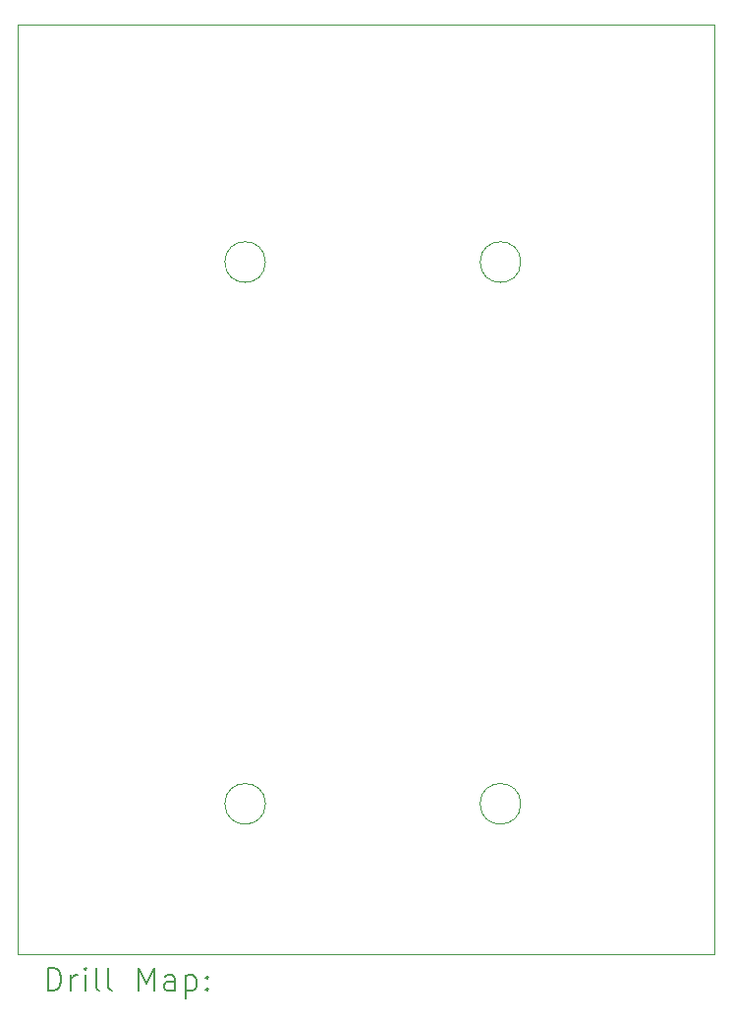
<source format=gbr>
%TF.GenerationSoftware,KiCad,Pcbnew,9.0.5*%
%TF.CreationDate,2026-01-23T06:55:30+10:00*%
%TF.ProjectId,OZ-HORNET-POWER-DIST,4f5a2d48-4f52-44e4-9554-2d504f574552,rev?*%
%TF.SameCoordinates,Original*%
%TF.FileFunction,Drillmap*%
%TF.FilePolarity,Positive*%
%FSLAX45Y45*%
G04 Gerber Fmt 4.5, Leading zero omitted, Abs format (unit mm)*
G04 Created by KiCad (PCBNEW 9.0.5) date 2026-01-23 06:55:30*
%MOMM*%
%LPD*%
G01*
G04 APERTURE LIST*
%ADD10C,0.050000*%
%ADD11C,0.200000*%
G04 APERTURE END LIST*
D10*
X10375000Y-5700000D02*
G75*
G02*
X10025000Y-5700000I-175000J0D01*
G01*
X10025000Y-5700000D02*
G75*
G02*
X10375000Y-5700000I175000J0D01*
G01*
X8175000Y-5700000D02*
G75*
G02*
X7825000Y-5700000I-175000J0D01*
G01*
X7825000Y-5700000D02*
G75*
G02*
X8175000Y-5700000I175000J0D01*
G01*
X8175000Y-10363200D02*
G75*
G02*
X7825000Y-10363200I-175000J0D01*
G01*
X7825000Y-10363200D02*
G75*
G02*
X8175000Y-10363200I175000J0D01*
G01*
X10375000Y-10363200D02*
G75*
G02*
X10025000Y-10363200I-175000J0D01*
G01*
X10025000Y-10363200D02*
G75*
G02*
X10375000Y-10363200I175000J0D01*
G01*
X6040400Y-3657600D02*
X12040400Y-3657600D01*
X12040400Y-11657600D01*
X6040400Y-11657600D01*
X6040400Y-3657600D01*
D11*
X6298677Y-11971584D02*
X6298677Y-11771584D01*
X6298677Y-11771584D02*
X6346296Y-11771584D01*
X6346296Y-11771584D02*
X6374867Y-11781108D01*
X6374867Y-11781108D02*
X6393915Y-11800155D01*
X6393915Y-11800155D02*
X6403439Y-11819203D01*
X6403439Y-11819203D02*
X6412962Y-11857298D01*
X6412962Y-11857298D02*
X6412962Y-11885869D01*
X6412962Y-11885869D02*
X6403439Y-11923965D01*
X6403439Y-11923965D02*
X6393915Y-11943012D01*
X6393915Y-11943012D02*
X6374867Y-11962060D01*
X6374867Y-11962060D02*
X6346296Y-11971584D01*
X6346296Y-11971584D02*
X6298677Y-11971584D01*
X6498677Y-11971584D02*
X6498677Y-11838250D01*
X6498677Y-11876346D02*
X6508201Y-11857298D01*
X6508201Y-11857298D02*
X6517724Y-11847774D01*
X6517724Y-11847774D02*
X6536772Y-11838250D01*
X6536772Y-11838250D02*
X6555820Y-11838250D01*
X6622486Y-11971584D02*
X6622486Y-11838250D01*
X6622486Y-11771584D02*
X6612962Y-11781108D01*
X6612962Y-11781108D02*
X6622486Y-11790631D01*
X6622486Y-11790631D02*
X6632010Y-11781108D01*
X6632010Y-11781108D02*
X6622486Y-11771584D01*
X6622486Y-11771584D02*
X6622486Y-11790631D01*
X6746296Y-11971584D02*
X6727248Y-11962060D01*
X6727248Y-11962060D02*
X6717724Y-11943012D01*
X6717724Y-11943012D02*
X6717724Y-11771584D01*
X6851058Y-11971584D02*
X6832010Y-11962060D01*
X6832010Y-11962060D02*
X6822486Y-11943012D01*
X6822486Y-11943012D02*
X6822486Y-11771584D01*
X7079629Y-11971584D02*
X7079629Y-11771584D01*
X7079629Y-11771584D02*
X7146296Y-11914441D01*
X7146296Y-11914441D02*
X7212962Y-11771584D01*
X7212962Y-11771584D02*
X7212962Y-11971584D01*
X7393915Y-11971584D02*
X7393915Y-11866822D01*
X7393915Y-11866822D02*
X7384391Y-11847774D01*
X7384391Y-11847774D02*
X7365343Y-11838250D01*
X7365343Y-11838250D02*
X7327248Y-11838250D01*
X7327248Y-11838250D02*
X7308201Y-11847774D01*
X7393915Y-11962060D02*
X7374867Y-11971584D01*
X7374867Y-11971584D02*
X7327248Y-11971584D01*
X7327248Y-11971584D02*
X7308201Y-11962060D01*
X7308201Y-11962060D02*
X7298677Y-11943012D01*
X7298677Y-11943012D02*
X7298677Y-11923965D01*
X7298677Y-11923965D02*
X7308201Y-11904917D01*
X7308201Y-11904917D02*
X7327248Y-11895393D01*
X7327248Y-11895393D02*
X7374867Y-11895393D01*
X7374867Y-11895393D02*
X7393915Y-11885869D01*
X7489153Y-11838250D02*
X7489153Y-12038250D01*
X7489153Y-11847774D02*
X7508201Y-11838250D01*
X7508201Y-11838250D02*
X7546296Y-11838250D01*
X7546296Y-11838250D02*
X7565343Y-11847774D01*
X7565343Y-11847774D02*
X7574867Y-11857298D01*
X7574867Y-11857298D02*
X7584391Y-11876346D01*
X7584391Y-11876346D02*
X7584391Y-11933488D01*
X7584391Y-11933488D02*
X7574867Y-11952536D01*
X7574867Y-11952536D02*
X7565343Y-11962060D01*
X7565343Y-11962060D02*
X7546296Y-11971584D01*
X7546296Y-11971584D02*
X7508201Y-11971584D01*
X7508201Y-11971584D02*
X7489153Y-11962060D01*
X7670105Y-11952536D02*
X7679629Y-11962060D01*
X7679629Y-11962060D02*
X7670105Y-11971584D01*
X7670105Y-11971584D02*
X7660582Y-11962060D01*
X7660582Y-11962060D02*
X7670105Y-11952536D01*
X7670105Y-11952536D02*
X7670105Y-11971584D01*
X7670105Y-11847774D02*
X7679629Y-11857298D01*
X7679629Y-11857298D02*
X7670105Y-11866822D01*
X7670105Y-11866822D02*
X7660582Y-11857298D01*
X7660582Y-11857298D02*
X7670105Y-11847774D01*
X7670105Y-11847774D02*
X7670105Y-11866822D01*
M02*

</source>
